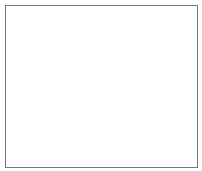
<source format=gbr>
%TF.GenerationSoftware,KiCad,Pcbnew,8.0.6*%
%TF.CreationDate,2025-01-14T14:57:28-07:00*%
%TF.ProjectId,IdealDiodeBoard,49646561-6c44-4696-9f64-65426f617264,rev?*%
%TF.SameCoordinates,Original*%
%TF.FileFunction,Profile,NP*%
%FSLAX46Y46*%
G04 Gerber Fmt 4.6, Leading zero omitted, Abs format (unit mm)*
G04 Created by KiCad (PCBNEW 8.0.6) date 2025-01-14 14:57:28*
%MOMM*%
%LPD*%
G01*
G04 APERTURE LIST*
%TA.AperFunction,Profile*%
%ADD10C,0.050000*%
%TD*%
G04 APERTURE END LIST*
D10*
X120142000Y-87122000D02*
X136398000Y-87122000D01*
X136398000Y-100838000D01*
X120142000Y-100838000D01*
X120142000Y-87122000D01*
M02*

</source>
